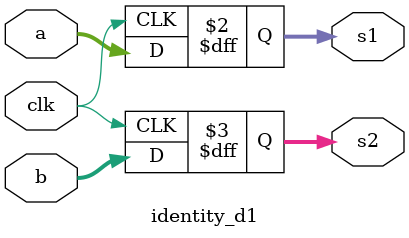
<source format=v>
module identity_d1 (
    input              clk, 
    input       [31:0] a,
    input       [31:0] b,
    output reg  [31:0] s1,
    output reg  [31:0] s2,
);  
    // One register delay
    always @(posedge clk) begin
        s1 <= a;
        s2 <= b;
    end
endmodule

</source>
